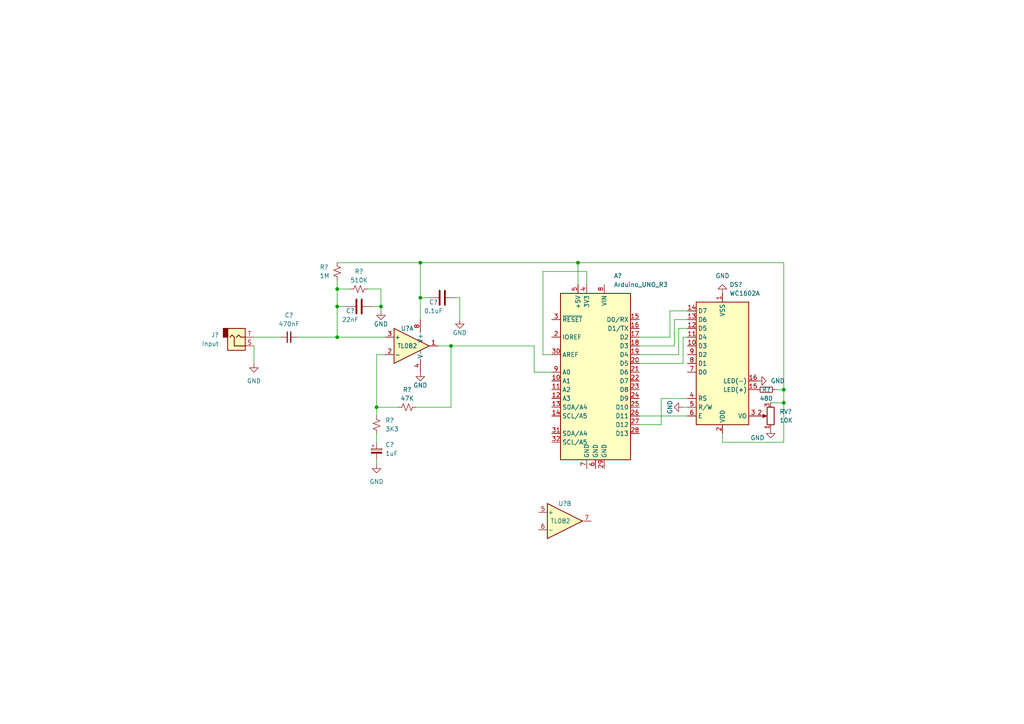
<source format=kicad_sch>
(kicad_sch (version 20211123) (generator eeschema)
  (paper "A4")
  (title_block (title "Finus - Digital Tuner") (date "2022-12-08") (rev "1") (company "Beseta"))
  (lib_symbols
    (symbol "Amplifier_Operational:TL082" (pin_names (offset 0.127))
      (property "Reference" "U" (at 0 5.08 0))
      (property "Value" "TL082" (at 0 -5.08 0))
      (property "Spice_Primitive" "X" (at 0 5.08 0))
      (property "Spice_Model" "TL082" (at 0 5.08 0))
      (property "Spice_Netlist_Enabled" "Y" (at 0 5.08 0))
      (property "Spice_Lib_File" "/Users/ebernal/Documents/KiCad Models/TL082.301" (at 0 5.08 0))
      (symbol "TL082_1_1"
        (polyline (pts (xy -5.08 5.08) (xy 5.08 0) (xy -5.08 -5.08) (xy -5.08 5.08)) (stroke (width 0.254)) (fill (type background)))
        (pin output line (at 7.62 0 180) (length 2.54) (name "~") (number "1"))
        (pin input line (at -7.62 -2.54 0) (length 2.54) (name "-") (number "2"))
        (pin input line (at -7.62 2.54 0) (length 2.54) (name "+") (number "3"))
      )
      (symbol "TL082_2_1"
        (polyline (pts (xy -5.08 5.08) (xy 5.08 0) (xy -5.08 -5.08) (xy -5.08 5.08)) (stroke (width 0.254)) (fill (type background)))
        (pin input line (at -7.62 2.54 0) (length 2.54) (name "+") (number "5"))
        (pin input line (at -7.62 -2.54 0) (length 2.54) (name "-") (number "6"))
        (pin output line (at 7.62 0 180) (length 2.54) (name "~") (number "7"))
      )
      (symbol "TL082_3_1"
        (pin power_in line (at -2.54 -7.62 90) (length 3.81) (name "V-") (number "4"))
        (pin power_in line (at -2.54 7.62 270) (length 3.81) (name "V+") (number "8"))
      )
    )
    (symbol "Connector:AudioJack2"
      (property "Reference" "J" (at 0 8.89 0))
      (property "Value" "AudioJack2" (at 0 6.35 0))
      (symbol "AudioJack2_0_1"
        (rectangle (start -3.81 0) (end -2.54 -2.54) (stroke (width 0.254)) (fill (type outline)))
        (rectangle (start -2.54 3.81) (end 2.54 -2.54) (stroke (width 0.254)) (fill (type background)))
        (polyline (pts (xy 0 0) (xy 0.635 -0.635) (xy 1.27 0) (xy 2.54 0)) (stroke (width 0.254)))
        (polyline (pts (xy 2.54 2.54) (xy -0.635 2.54) (xy -0.635 0) (xy -1.27 -0.635) (xy -1.905 0)) (stroke (width 0.254)))
      )
      (symbol "AudioJack2_1_1"
        (pin passive line (at 5.08 2.54 180) (length 2.54) (name "~") (number "S"))
        (pin passive line (at 5.08 0 180) (length 2.54) (name "~") (number "T"))
      )
    )
    (symbol "Device:C" (pin_numbers hide) (pin_names (offset 0.254))
      (property "Reference" "C" (at 0.635 2.54 0))
      (property "Value" "C" (at 0.635 -2.54 0))
      (symbol "C_0_1"
        (polyline (pts (xy -2.032 -0.762) (xy 2.032 -0.762)) (stroke (width 0.508)))
        (polyline (pts (xy -2.032 0.762) (xy 2.032 0.762)) (stroke (width 0.508)))
      )
      (symbol "C_1_1"
        (pin passive line (at 0 3.81 270) (length 2.794) (name "~") (number "1"))
        (pin passive line (at 0 -3.81 90) (length 2.794) (name "~") (number "2"))
      )
    )
    (symbol "Device:C_Polarized_Small" (pin_numbers hide) (pin_names (offset 0.254) hide)
      (property "Reference" "C" (at 0.254 1.778 0))
      (property "Value" "C_Polarized_Small" (at 0.254 -2.032 0))
      (symbol "C_Polarized_Small_0_1"
        (rectangle (start -1.524 -0.3048) (end 1.524 -0.6858) (fill (type outline)))
        (rectangle (start -1.524 0.6858) (end 1.524 0.3048))
        (polyline (pts (xy -1.27 1.524) (xy -0.762 1.524)))
        (polyline (pts (xy -1.016 1.27) (xy -1.016 1.778)))
      )
      (symbol "C_Polarized_Small_1_1"
        (pin passive line (at 0 2.54 270) (length 1.8542) (name "~") (number "1"))
        (pin passive line (at 0 -2.54 90) (length 1.8542) (name "~") (number "2"))
      )
    )
    (symbol "Device:C_Small" (pin_numbers hide) (pin_names (offset 0.254) hide)
      (property "Reference" "C" (at 0.254 1.778 0))
      (property "Value" "C_Small" (at 0.254 -2.032 0))
      (symbol "C_Small_0_1"
        (polyline (pts (xy -1.524 -0.508) (xy 1.524 -0.508)) (stroke (width 0.3302)))
        (polyline (pts (xy -1.524 0.508) (xy 1.524 0.508)) (stroke (width 0.3048)))
      )
      (symbol "C_Small_1_1"
        (pin passive line (at 0 2.54 270) (length 2.032) (name "~") (number "1"))
        (pin passive line (at 0 -2.54 90) (length 2.032) (name "~") (number "2"))
      )
    )
    (symbol "Device:R_Potentiometer" (pin_names (offset 1.016) hide)
      (property "Reference" "RV" (at -4.445 0 90))
      (property "Value" "R_Potentiometer" (at -2.54 0 90))
      (symbol "R_Potentiometer_0_1"
        (polyline (pts (xy 2.54 0) (xy 1.524 0)))
        (polyline (pts (xy 1.143 0) (xy 2.286 0.508) (xy 2.286 -0.508) (xy 1.143 0)) (fill (type outline)))
        (rectangle (start 1.016 2.54) (end -1.016 -2.54) (stroke (width 0.254)))
      )
      (symbol "R_Potentiometer_1_1"
        (pin passive line (at 0 3.81 270) (length 1.27) (name "1") (number "1"))
        (pin passive line (at 3.81 0 180) (length 1.27) (name "2") (number "2"))
        (pin passive line (at 0 -3.81 90) (length 1.27) (name "3") (number "3"))
      )
    )
    (symbol "Device:R_Small" (pin_numbers hide) (pin_names (offset 0.254) hide)
      (property "Reference" "R" (at 0.762 0.508 0))
      (property "Value" "R_Small" (at 0.762 -1.016 0))
      (symbol "R_Small_0_1"
        (rectangle (start -0.762 1.778) (end 0.762 -1.778) (stroke (width 0.2032)))
      )
      (symbol "R_Small_1_1"
        (pin passive line (at 0 2.54 270) (length 0.762) (name "~") (number "1"))
        (pin passive line (at 0 -2.54 90) (length 0.762) (name "~") (number "2"))
      )
    )
    (symbol "Device:R_Small_US" (pin_numbers hide) (pin_names (offset 0.254) hide)
      (property "Reference" "R" (at 0.762 0.508 0))
      (property "Value" "R_Small_US" (at 0.762 -1.016 0))
      (symbol "R_Small_US_1_1"
        (polyline (pts (xy 0 0) (xy 1.016 -0.381) (xy 0 -0.762) (xy -1.016 -1.143) (xy 0 -1.524)))
        (polyline (pts (xy 0 1.524) (xy 1.016 1.143) (xy 0 0.762) (xy -1.016 0.381) (xy 0 0)))
        (pin passive line (at 0 2.54 270) (length 1.016) (name "~") (number "1"))
        (pin passive line (at 0 -2.54 90) (length 1.016) (name "~") (number "2"))
      )
    )
    (symbol "Display_Character:WC1602A"
      (property "Reference" "DS" (at -5.842 19.05 0))
      (property "Value" "WC1602A" (at 5.334 19.05 0))
      (symbol "WC1602A_1_1"
        (rectangle (start -7.62 17.78) (end 7.62 -17.78) (stroke (width 0.254)) (fill (type background)))
        (pin power_in line (at 0 -20.32 90) (length 2.54) (name "VSS") (number "1"))
        (pin input line (at -10.16 -5.08 0) (length 2.54) (name "D3") (number "10"))
        (pin input line (at -10.16 -7.62 0) (length 2.54) (name "D4") (number "11"))
        (pin input line (at -10.16 -10.16 0) (length 2.54) (name "D5") (number "12"))
        (pin input line (at -10.16 -12.7 0) (length 2.54) (name "D6") (number "13"))
        (pin input line (at -10.16 -15.24 0) (length 2.54) (name "D7") (number "14"))
        (pin power_in line (at 10.16 7.62 180) (length 2.54) (name "LED(+)") (number "15"))
        (pin power_in line (at 10.16 5.08 180) (length 2.54) (name "LED(-)") (number "16"))
        (pin power_in line (at 0 20.32 270) (length 2.54) (name "VDD") (number "2"))
        (pin input line (at 10.16 15.24 180) (length 2.54) (name "VO") (number "3"))
        (pin input line (at -10.16 10.16 0) (length 2.54) (name "RS") (number "4"))
        (pin input line (at -10.16 12.7 0) (length 2.54) (name "R/W") (number "5"))
        (pin input line (at -10.16 15.24 0) (length 2.54) (name "E") (number "6"))
        (pin input line (at -10.16 2.54 0) (length 2.54) (name "D0") (number "7"))
        (pin input line (at -10.16 0 0) (length 2.54) (name "D1") (number "8"))
        (pin input line (at -10.16 -2.54 0) (length 2.54) (name "D2") (number "9"))
      )
    )
    (symbol "MCU_Module:Arduino_UNO_R3"
      (property "Reference" "A" (at -10.16 23.495 0))
      (property "Value" "Arduino_UNO_R3" (at 5.08 -26.67 0))
      (symbol "Arduino_UNO_R3_0_1"
        (rectangle (start -10.16 22.86) (end 10.16 -25.4) (stroke (width 0.254)) (fill (type background)))
      )
      (symbol "Arduino_UNO_R3_1_1"
        (pin no_connect line (at -10.16 -20.32 0) (length 2.54) hide (name "NC") (number "1"))
        (pin bidirectional line (at 12.7 -2.54 180) (length 2.54) (name "A1") (number "10"))
        (pin bidirectional line (at 12.7 -5.08 180) (length 2.54) (name "A2") (number "11"))
        (pin bidirectional line (at 12.7 -7.62 180) (length 2.54) (name "A3") (number "12"))
        (pin bidirectional line (at 12.7 -10.16 180) (length 2.54) (name "SDA/A4") (number "13"))
        (pin bidirectional line (at 12.7 -12.7 180) (length 2.54) (name "SCL/A5") (number "14"))
        (pin bidirectional line (at -12.7 15.24 0) (length 2.54) (name "D0/RX") (number "15"))
        (pin bidirectional line (at -12.7 12.7 0) (length 2.54) (name "D1/TX") (number "16"))
        (pin bidirectional line (at -12.7 10.16 0) (length 2.54) (name "D2") (number "17"))
        (pin bidirectional line (at -12.7 7.62 0) (length 2.54) (name "D3") (number "18"))
        (pin bidirectional line (at -12.7 5.08 0) (length 2.54) (name "D4") (number "19"))
        (pin output line (at 12.7 10.16 180) (length 2.54) (name "IOREF") (number "2"))
        (pin bidirectional line (at -12.7 2.54 0) (length 2.54) (name "D5") (number "20"))
        (pin bidirectional line (at -12.7 0 0) (length 2.54) (name "D6") (number "21"))
        (pin bidirectional line (at -12.7 -2.54 0) (length 2.54) (name "D7") (number "22"))
        (pin bidirectional line (at -12.7 -5.08 0) (length 2.54) (name "D8") (number "23"))
        (pin bidirectional line (at -12.7 -7.62 0) (length 2.54) (name "D9") (number "24"))
        (pin bidirectional line (at -12.7 -10.16 0) (length 2.54) (name "D10") (number "25"))
        (pin bidirectional line (at -12.7 -12.7 0) (length 2.54) (name "D11") (number "26"))
        (pin bidirectional line (at -12.7 -15.24 0) (length 2.54) (name "D12") (number "27"))
        (pin bidirectional line (at -12.7 -17.78 0) (length 2.54) (name "D13") (number "28"))
        (pin power_in line (at -2.54 -27.94 90) (length 2.54) (name "GND") (number "29"))
        (pin input line (at 12.7 15.24 180) (length 2.54) (name "~{RESET}") (number "3"))
        (pin input line (at 12.7 5.08 180) (length 2.54) (name "AREF") (number "30"))
        (pin bidirectional line (at 12.7 -17.78 180) (length 2.54) (name "SDA/A4") (number "31"))
        (pin bidirectional line (at 12.7 -20.32 180) (length 2.54) (name "SCL/A5") (number "32"))
        (pin power_out line (at 2.54 25.4 270) (length 2.54) (name "3V3") (number "4"))
        (pin power_out line (at 5.08 25.4 270) (length 2.54) (name "+5V") (number "5"))
        (pin power_in line (at 0 -27.94 90) (length 2.54) (name "GND") (number "6"))
        (pin power_in line (at 2.54 -27.94 90) (length 2.54) (name "GND") (number "7"))
        (pin power_in line (at -2.54 25.4 270) (length 2.54) (name "VIN") (number "8"))
        (pin bidirectional line (at 12.7 0 180) (length 2.54) (name "A0") (number "9"))
      )
    )
    (symbol "power:GND" (power) (pin_names (offset 0))
      (property "Value" "GND" (at 0 -3.81 0))
      (symbol "GND_0_1"
        (polyline (pts (xy 0 0) (xy 0 -1.27) (xy 1.27 -1.27) (xy 0 -2.54) (xy -1.27 -1.27) (xy 0 -1.27)))
      )
      (symbol "GND_1_1"
        (pin power_in line (at 0 0 270) (length 0) hide (name "GND") (number "1"))
      )
    )
  )
  (junction (at 97.79 88.9))
  (junction (at 167.64 76.2))
  (junction (at 97.79 97.79))
  (junction (at 97.79 83.82))
  (junction (at 227.33 116.84))
  (junction (at 130.81 100.33))
  (junction (at 121.92 86.36))
  (junction (at 109.22 118.11))
  (junction (at 121.92 76.2))
  (junction (at 227.33 113.03))
  (junction (at 110.49 88.9))
  (wire (pts (xy 199.39 95.25) (xy 196.85 95.25)))
  (wire (pts (xy 154.94 100.33) (xy 154.94 107.95)))
  (wire (pts (xy 227.33 113.03) (xy 227.33 76.2)))
  (wire (pts (xy 196.85 95.25) (xy 196.85 102.87)))
  (wire (pts (xy 107.95 88.9) (xy 110.49 88.9)))
  (wire (pts (xy 195.58 92.71) (xy 195.58 100.33)))
  (wire (pts (xy 121.92 86.36) (xy 121.92 92.71)))
  (wire (pts (xy 73.66 100.33) (xy 73.66 105.41)))
  (wire (pts (xy 191.77 115.57) (xy 191.77 123.19)))
  (wire (pts (xy 191.77 123.19) (xy 185.42 123.19)))
  (wire (pts (xy 109.22 125.73) (xy 109.22 128.27)))
  (wire (pts (xy 199.39 118.11) (xy 198.12 118.11)))
  (wire (pts (xy 170.18 78.74) (xy 170.18 82.55)))
  (wire (pts (xy 227.33 113.03) (xy 224.79 113.03)))
  (wire (pts (xy 227.33 128.27) (xy 227.33 116.84)))
  (wire (pts (xy 97.79 83.82) (xy 97.79 88.9)))
  (wire (pts (xy 209.55 125.73) (xy 209.55 128.27)))
  (wire (pts (xy 130.81 100.33) (xy 154.94 100.33)))
  (wire (pts (xy 157.48 102.87) (xy 157.48 78.74)))
  (wire (pts (xy 73.66 97.79) (xy 81.28 97.79)))
  (wire (pts (xy 106.68 83.82) (xy 110.49 83.82)))
  (wire (pts (xy 198.12 97.79) (xy 198.12 105.41)))
  (wire (pts (xy 160.02 102.87) (xy 157.48 102.87)))
  (wire (pts (xy 109.22 118.11) (xy 115.57 118.11)))
  (wire (pts (xy 120.65 118.11) (xy 130.81 118.11)))
  (wire (pts (xy 110.49 88.9) (xy 110.49 90.17)))
  (wire (pts (xy 121.92 86.36) (xy 124.46 86.36)))
  (wire (pts (xy 227.33 116.84) (xy 227.33 113.03)))
  (wire (pts (xy 209.55 128.27) (xy 227.33 128.27)))
  (wire (pts (xy 97.79 88.9) (xy 97.79 97.79)))
  (wire (pts (xy 109.22 102.87) (xy 109.22 118.11)))
  (wire (pts (xy 199.39 97.79) (xy 198.12 97.79)))
  (wire (pts (xy 130.81 118.11) (xy 130.81 100.33)))
  (wire (pts (xy 121.92 76.2) (xy 97.79 76.2)))
  (wire (pts (xy 199.39 90.17) (xy 194.31 90.17)))
  (wire (pts (xy 97.79 88.9) (xy 100.33 88.9)))
  (wire (pts (xy 195.58 100.33) (xy 185.42 100.33)))
  (wire (pts (xy 121.92 76.2) (xy 121.92 86.36)))
  (wire (pts (xy 97.79 83.82) (xy 101.6 83.82)))
  (wire (pts (xy 86.36 97.79) (xy 97.79 97.79)))
  (wire (pts (xy 157.48 78.74) (xy 170.18 78.74)))
  (wire (pts (xy 185.42 105.41) (xy 198.12 105.41)))
  (wire (pts (xy 133.35 86.36) (xy 132.08 86.36)))
  (wire (pts (xy 167.64 82.55) (xy 167.64 76.2)))
  (wire (pts (xy 194.31 97.79) (xy 185.42 97.79)))
  (wire (pts (xy 127 100.33) (xy 130.81 100.33)))
  (wire (pts (xy 109.22 118.11) (xy 109.22 120.65)))
  (wire (pts (xy 194.31 90.17) (xy 194.31 97.79)))
  (wire (pts (xy 167.64 76.2) (xy 121.92 76.2)))
  (wire (pts (xy 110.49 83.82) (xy 110.49 88.9)))
  (wire (pts (xy 223.52 116.84) (xy 227.33 116.84)))
  (wire (pts (xy 196.85 102.87) (xy 185.42 102.87)))
  (wire (pts (xy 111.76 102.87) (xy 109.22 102.87)))
  (wire (pts (xy 133.35 86.36) (xy 133.35 92.71)))
  (wire (pts (xy 97.79 81.28) (xy 97.79 83.82)))
  (wire (pts (xy 109.22 133.35) (xy 109.22 134.62)))
  (wire (pts (xy 227.33 76.2) (xy 167.64 76.2)))
  (wire (pts (xy 199.39 115.57) (xy 191.77 115.57)))
  (wire (pts (xy 97.79 97.79) (xy 111.76 97.79)))
  (wire (pts (xy 185.42 120.65) (xy 199.39 120.65)))
  (wire (pts (xy 199.39 92.71) (xy 195.58 92.71)))
  (wire (pts (xy 154.94 107.95) (xy 160.02 107.95)))
  (symbol (lib_id "power:GND") (at 109.22 134.62 0) (unit 1)
    (property "Reference" "#PWR?" (effects hide))
    (property "Value" "GND" (at 109.22 139.7 0))
  )
  (symbol (lib_id "Device:R_Small_US") (at 109.22 123.19 0) (unit 1)
    (property "Reference" "R?" (at 111.76 121.9199 0) (effects (justify left)))
    (property "Value" "3K3" (at 111.76 124.4599 0) (effects (justify left)))
  )
  (symbol (lib_id "Display_Character:WC1602A") (at 209.55 105.41 0) (mirror x) (unit 1)
    (property "Reference" "DS?" (at 211.5694 82.55 0) (effects (justify left)))
    (property "Value" "WC1602A" (at 211.5694 85.09 0) (effects (justify left)))
    (property "Footprint" "Display:WC1602A" (effects hide))
    (property "Datasheet" "http://www.wincomlcd.com/pdf/WC1602A-SFYLYHTC06.pdf" (effects hide))
  )
  (symbol (lib_id "MCU_Module:Arduino_UNO_R3") (at 172.72 107.95 0) (mirror y) (unit 1)
    (property "Reference" "A?" (at 178.0287 80.01 0) (effects (justify right)))
    (property "Value" "Arduino_UNO_R3" (at 178.0287 82.55 0) (effects (justify right)))
    (property "Footprint" "Module:Arduino_UNO_R3" (effects hide))
    (property "Datasheet" "https://www.arduino.cc/en/Main/arduinoBoardUno" (effects hide))
  )
  (symbol (lib_id "Device:C") (at 128.27 86.36 270) (unit 1)
    (property "Reference" "C?" (at 125.73 87.63 90))
    (property "Value" "0.1uF" (at 125.73 90.17 90))
  )
  (symbol (lib_id "power:GND") (at 133.35 92.71 0) (unit 1)
    (property "Reference" "#PWR?" (effects hide))
    (property "Value" "GND" (at 133.35 96.52 0))
  )
  (symbol (lib_id "Device:R_Small_US") (at 104.14 83.82 90) (unit 1)
    (property "Reference" "R?" (at 104.14 78.74 90))
    (property "Value" "510K" (at 104.14 81.28 90))
  )
  (symbol (lib_id "power:GND") (at 223.52 124.46 0) (unit 1)
    (property "Reference" "#PWR?" (effects hide))
    (property "Value" "GND" (at 219.71 127 0))
  )
  (symbol (lib_id "power:GND") (at 209.55 85.09 180) (unit 1)
    (property "Reference" "#PWR?" (effects hide))
    (property "Value" "GND" (at 209.55 80.01 0))
  )
  (symbol (lib_id "Device:R_Potentiometer") (at 223.52 120.65 180) (unit 1)
    (property "Reference" "RV?" (at 226.06 119.3799 0) (effects (justify right)))
    (property "Value" "10K" (at 226.06 121.9199 0) (effects (justify right)))
  )
  (symbol (lib_id "Device:R_Small_US") (at 118.11 118.11 90) (unit 1)
    (property "Reference" "R?" (at 118.11 113.03 90))
    (property "Value" "47K" (at 118.11 115.57 90))
  )
  (symbol (lib_id "Amplifier_Operational:TL082") (at 119.38 100.33 0) (unit 1)
    (property "Reference" "U?" (at 118.11 95.25 0))
    (property "Value" "TL082" (at 118.11 100.33 0))
    (property "Datasheet" "http://www.ti.com/lit/ds/symlink/tl081.pdf" (effects hide))
    (property "Spice_Primitive" "X" (effects hide))
    (property "Spice_Model" "TL082" (effects hide))
    (property "Spice_Netlist_Enabled" "Y" (effects hide))
    (property "Spice_Lib_File" "/Users/ebernal/Documents/KiCad Models/TL082.301" (effects hide))
  )
  (symbol (lib_id "Amplifier_Operational:TL082") (at 124.46 100.33 0) (unit 3)
    (property "Reference" "U?" (effects hide))
    (property "Value" "TL082" (effects hide))
    (property "Datasheet" "http://www.ti.com/lit/ds/symlink/tl081.pdf" (effects hide))
    (property "Spice_Primitive" "X" (effects hide))
    (property "Spice_Model" "TL082" (effects hide))
    (property "Spice_Netlist_Enabled" "Y" (effects hide))
    (property "Spice_Lib_File" "/Users/ebernal/Documents/KiCad Models/TL082.301" (effects hide))
  )
  (symbol (lib_id "power:GND") (at 110.49 90.17 0) (unit 1)
    (property "Reference" "#PWR?" (effects hide))
    (property "Value" "GND" (at 110.49 93.98 0))
  )
  (symbol (lib_id "Device:C_Small") (at 83.82 97.79 90) (unit 1)
    (property "Reference" "C?" (at 83.8263 91.44 90))
    (property "Value" "470nF" (at 83.8263 93.98 90))
  )
  (symbol (lib_id "power:GND") (at 219.71 110.49 90) (unit 1)
    (property "Reference" "#PWR?" (effects hide))
    (property "Value" "GND" (at 223.52 110.4899 90) (effects (justify right)))
  )
  (symbol (lib_id "power:GND") (at 198.12 118.11 270) (unit 1)
    (property "Reference" "#PWR?" (effects hide))
    (property "Value" "GND" (at 194.31 118.11 0))
  )
  (symbol (lib_id "power:GND") (at 121.92 107.95 0) (unit 1)
    (property "Reference" "#PWR?" (effects hide))
    (property "Value" "GND" (at 121.92 111.76 0))
  )
  (symbol (lib_id "Device:R_Small") (at 222.25 113.03 270) (unit 1)
    (property "Reference" "R?" (at 222.25 113.03 90))
    (property "Value" "480" (at 222.25 115.57 90))
  )
  (symbol (lib_id "power:GND") (at 73.66 105.41 0) (unit 1)
    (property "Reference" "#PWR?" (effects hide))
    (property "Value" "GND" (at 73.66 110.49 0))
  )
  (symbol (lib_id "Device:R_Small_US") (at 97.79 78.74 0) (unit 1)
    (property "Reference" "R?" (at 92.71 77.47 0) (effects (justify left)))
    (property "Value" "1M" (at 92.71 80.01 0) (effects (justify left)))
  )
  (symbol (lib_id "Device:C_Polarized_Small") (at 109.22 130.81 0) (unit 1)
    (property "Reference" "C?" (at 111.76 128.9938 0) (effects (justify left)))
    (property "Value" "1uF" (at 111.76 131.5338 0) (effects (justify left)))
  )
  (symbol (lib_id "Amplifier_Operational:TL082") (at 163.83 151.13 0) (unit 2)
    (property "Reference" "U?" (at 163.83 146.05 0))
    (property "Value" "TL082" (at 162.56 151.13 0))
    (property "Datasheet" "http://www.ti.com/lit/ds/symlink/tl081.pdf" (effects hide))
    (property "Spice_Primitive" "X" (effects hide))
    (property "Spice_Model" "TL082" (effects hide))
    (property "Spice_Netlist_Enabled" "Y" (effects hide))
    (property "Spice_Lib_File" "/Users/ebernal/Documents/KiCad Models/TL082.301" (effects hide))
  )
  (symbol (lib_id "Connector:AudioJack2") (at 68.58 97.79 0) (mirror x) (unit 1)
    (property "Reference" "J?" (at 63.5 97.1549 0) (effects (justify right)))
    (property "Value" "Input" (at 63.5 99.6949 0) (effects (justify right)))
  )
  (symbol (lib_id "Device:C") (at 104.14 88.9 270) (unit 1)
    (property "Reference" "C?" (at 101.6 90.17 90))
    (property "Value" "22nF" (at 101.6 92.71 90))
  )
)
</source>
